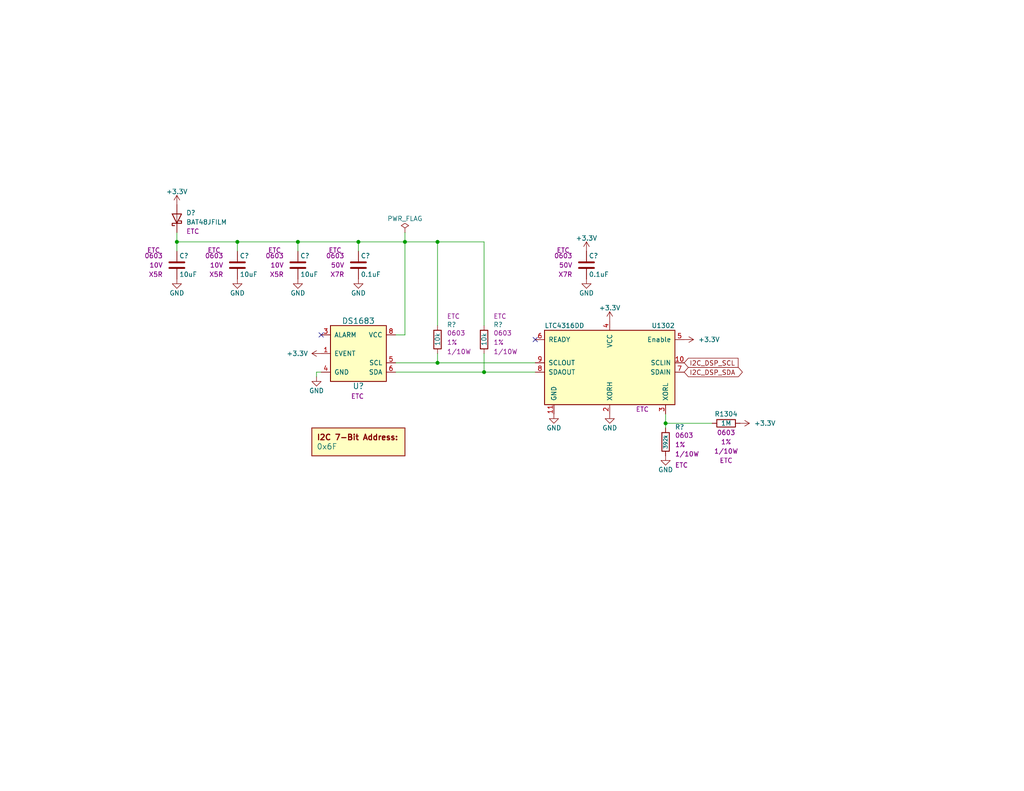
<source format=kicad_sch>
(kicad_sch (version 20230121) (generator eeschema)
  (paper "A")
  (title_block (date "2023-05-21") (rev "PRELIM") (company "Drew Maatman"))
  (lib_symbols
    (symbol "Custom_Library:C_Custom" (pin_numbers hide) (pin_names (offset 0.254))
      (property "Reference" "C" (at 0.635 2.54 0))
      (property "Value" "Custom_Library_C_Custom" (at 0.635 -2.54 0))
      (property "display_footprint" "Foot" (at -3.81 2.54 0))
      (property "Voltage" "V" (at -3.81 0 0))
      (property "Dielectric" "Er" (at -3.81 -2.54 0))
      (symbol "C_Custom_0_1"
        (polyline (pts (xy -2.032 -0.762) (xy 2.032 -0.762)) (stroke (width 0.508)))
        (polyline (pts (xy -2.032 0.762) (xy 2.032 0.762)) (stroke (width 0.508)))
      )
      (symbol "C_Custom_1_1"
        (pin passive line (at 0 3.81 270) (length 2.794) (name "~") (number "1"))
        (pin passive line (at 0 -3.81 90) (length 2.794) (name "~") (number "2"))
      )
    )
    (symbol "Custom_Library:DS1683" (pin_names (offset 1.016))
      (property "Reference" "U" (at 0 -8.89 0))
      (property "Value" "Custom_Library_DS1683" (at 0 8.89 0))
      (symbol "DS1683_0_1"
        (rectangle (start -7.62 7.62) (end 7.62 -7.62) (stroke (width 0.254)) (fill (type background)))
      )
      (symbol "DS1683_1_1"
        (pin input line (at -10.16 0 0) (length 2.54) (name "EVENT") (number "1"))
        (pin no_connect line (at -7.62 -10.16 90) (length 2.54) hide (name "NC") (number "2"))
        (pin open_collector line (at -10.16 5.08 0) (length 2.54) (name "ALARM") (number "3"))
        (pin power_in line (at -10.16 -5.08 0) (length 2.54) (name "GND") (number "4"))
        (pin open_collector line (at 10.16 -2.54 180) (length 2.54) (name "SCL") (number "5"))
        (pin open_collector line (at 10.16 -5.08 180) (length 2.54) (name "SDA") (number "6"))
        (pin no_connect line (at 7.62 -10.16 90) (length 2.54) hide (name "NC") (number "7"))
        (pin power_in line (at 10.16 5.08 180) (length 2.54) (name "VCC") (number "8"))
      )
    )
    (symbol "Custom_Library:I2C_Address" (pin_names (offset 1.016))
      (property "Value" "I2C_Address" (at -11.43 0 0))
      (symbol "I2C_Address_0_0"
        (rectangle (start -12.7 5.08) (end 12.7 -2.54) (stroke (width 0.254)) (fill (type background)))
        (text "I2C 7-Bit Address:" (at -11.43 2.54 0) (effects (font (size 1.524 1.524) bold) (justify left)))
      )
    )
    (symbol "Custom_Library:LTC4316DD" (pin_names (offset 1.016))
      (property "Reference" "U" (at -17.78 11.43 0))
      (property "Value" "LTC4316DD" (at 17.78 11.43 0))
      (symbol "LTC4316DD_0_1"
        (rectangle (start -17.78 10.16) (end 17.78 -10.16) (stroke (width 0.254)) (fill (type background)))
      )
      (symbol "LTC4316DD_1_1"
        (pin passive line (at 15.24 -12.7 90) (length 2.54) hide (name "GND") (number "1"))
        (pin bidirectional line (at -20.32 1.27 0) (length 2.54) (name "SCLIN") (number "10"))
        (pin power_in line (at 15.24 -12.7 90) (length 2.54) (name "GND") (number "11"))
        (pin passive line (at 0 -12.7 90) (length 2.54) (name "XORH") (number "2"))
        (pin passive line (at -15.24 -12.7 90) (length 2.54) (name "XORL") (number "3"))
        (pin power_in line (at 0 12.7 270) (length 2.54) (name "VCC") (number "4"))
        (pin input line (at -20.32 7.62 0) (length 2.54) (name "Enable") (number "5"))
        (pin open_collector line (at 20.32 7.62 180) (length 2.54) (name "READY") (number "6"))
        (pin bidirectional line (at -20.32 -1.27 0) (length 2.54) (name "SDAIN") (number "7"))
        (pin bidirectional line (at 20.32 -1.27 180) (length 2.54) (name "SDAOUT") (number "8"))
        (pin bidirectional line (at 20.32 1.27 180) (length 2.54) (name "SCLOUT") (number "9"))
      )
    )
    (symbol "Custom_Library:R_Custom" (pin_numbers hide) (pin_names (offset 1.016) hide)
      (property "Reference" "R" (at -2.54 0 90))
      (property "Value" "R_Custom" (at 0 0 90))
      (property "display_footprint" "Foot" (at 2.54 0 90))
      (property "Tolerance" "Tol" (at 5.08 0 90))
      (property "Wattage" "W" (at 7.62 0 90))
      (symbol "R_Custom_0_1"
        (rectangle (start 1.016 2.54) (end -1.016 -2.54) (stroke (width 0.254)))
      )
      (symbol "R_Custom_1_1"
        (pin passive line (at 0 3.81 270) (length 1.27) (name "1") (number "1"))
        (pin passive line (at 0 -3.81 90) (length 1.27) (name "2") (number "2"))
      )
    )
    (symbol "Diode:BAT48JFILM" (pin_numbers hide) (pin_names (offset 1.016) hide)
      (property "Reference" "D" (at 0 2.54 0))
      (property "Value" "BAT48JFILM" (at 0 -2.54 0))
      (symbol "BAT48JFILM_0_1"
        (polyline (pts (xy 1.27 0) (xy -1.27 0)))
        (polyline (pts (xy 1.27 1.27) (xy 1.27 -1.27) (xy -1.27 0) (xy 1.27 1.27)) (stroke (width 0.254)))
        (polyline (pts (xy -1.905 0.635) (xy -1.905 1.27) (xy -1.27 1.27) (xy -1.27 -1.27) (xy -0.635 -1.27) (xy -0.635 -0.635)) (stroke (width 0.254)))
      )
      (symbol "BAT48JFILM_1_1"
        (pin passive line (at -3.81 0 0) (length 2.54) (name "K") (number "1"))
        (pin passive line (at 3.81 0 180) (length 2.54) (name "A") (number "2"))
      )
    )
    (symbol "power:+3.3V" (power) (pin_names (offset 0))
      (property "Value" "+3.3V" (at 0 3.556 0))
      (symbol "+3.3V_0_1"
        (polyline (pts (xy -0.762 1.27) (xy 0 2.54)))
        (polyline (pts (xy 0 0) (xy 0 2.54)))
        (polyline (pts (xy 0 2.54) (xy 0.762 1.27)))
      )
      (symbol "+3.3V_1_1"
        (pin power_in line (at 0 0 90) (length 0) hide (name "+3.3V") (number "1"))
      )
    )
    (symbol "power:GND" (power) (pin_names (offset 0))
      (property "Value" "GND" (at 0 -3.81 0))
      (symbol "GND_0_1"
        (polyline (pts (xy 0 0) (xy 0 -1.27) (xy 1.27 -1.27) (xy 0 -2.54) (xy -1.27 -1.27) (xy 0 -1.27)))
      )
      (symbol "GND_1_1"
        (pin power_in line (at 0 0 270) (length 0) hide (name "GND") (number "1"))
      )
    )
    (symbol "power:PWR_FLAG" (power) (pin_numbers hide) (pin_names (offset 0) hide)
      (property "Value" "PWR_FLAG" (at 0 3.81 0))
      (symbol "PWR_FLAG_0_0"
        (pin power_out line (at 0 0 90) (length 0) (name "pwr") (number "1"))
      )
      (symbol "PWR_FLAG_0_1"
        (polyline (pts (xy 0 0) (xy 0 1.27) (xy -1.016 1.905) (xy 0 2.54) (xy 1.016 1.905) (xy 0 1.27)))
      )
    )
  )
  (junction (at 64.77 66.04))
  (junction (at 119.38 99.06))
  (junction (at 110.49 66.04))
  (junction (at 81.28 66.04))
  (junction (at 48.26 66.04))
  (junction (at 181.61 115.57))
  (junction (at 132.08 101.6))
  (junction (at 97.79 66.04))
  (junction (at 119.38 66.04))
  (no_connect (at 146.05 92.71))
  (no_connect (at 87.63 91.44))
  (wire (pts (xy 48.26 63.5) (xy 48.26 66.04)))
  (wire (pts (xy 110.49 63.5) (xy 110.49 66.04)))
  (wire (pts (xy 194.31 115.57) (xy 181.61 115.57)))
  (wire (pts (xy 132.08 96.52) (xy 132.08 101.6)))
  (wire (pts (xy 97.79 68.58) (xy 97.79 66.04)))
  (wire (pts (xy 146.05 101.6) (xy 132.08 101.6)))
  (wire (pts (xy 181.61 116.84) (xy 181.61 115.57)))
  (wire (pts (xy 119.38 66.04) (xy 110.49 66.04)))
  (wire (pts (xy 119.38 96.52) (xy 119.38 99.06)))
  (wire (pts (xy 64.77 66.04) (xy 48.26 66.04)))
  (wire (pts (xy 48.26 66.04) (xy 48.26 68.58)))
  (wire (pts (xy 107.95 99.06) (xy 119.38 99.06)))
  (wire (pts (xy 81.28 66.04) (xy 64.77 66.04)))
  (wire (pts (xy 97.79 66.04) (xy 81.28 66.04)))
  (wire (pts (xy 132.08 88.9) (xy 132.08 66.04)))
  (wire (pts (xy 107.95 101.6) (xy 132.08 101.6)))
  (wire (pts (xy 132.08 66.04) (xy 119.38 66.04)))
  (wire (pts (xy 181.61 115.57) (xy 181.61 113.03)))
  (wire (pts (xy 119.38 88.9) (xy 119.38 66.04)))
  (wire (pts (xy 86.36 101.6) (xy 87.63 101.6)))
  (wire (pts (xy 110.49 66.04) (xy 97.79 66.04)))
  (wire (pts (xy 146.05 99.06) (xy 119.38 99.06)))
  (wire (pts (xy 110.49 66.04) (xy 110.49 91.44)))
  (wire (pts (xy 81.28 68.58) (xy 81.28 66.04)))
  (wire (pts (xy 86.36 102.87) (xy 86.36 101.6)))
  (wire (pts (xy 64.77 66.04) (xy 64.77 68.58)))
  (wire (pts (xy 110.49 91.44) (xy 107.95 91.44)))
  (global_label "I2C_DSP_SCL" (shape input) (at 186.69 99.06 0) (property "Intersheetrefs" "${INTERSHEET_REFS}" (effects hide)))
  (global_label "I2C_DSP_SDA" (shape bidirectional) (at 186.69 101.6 0) (property "Intersheetrefs" "${INTERSHEET_REFS}" (effects hide)))
  (symbol (lib_id "Custom_Library:LTC4316DD") (at 166.37 100.33 0) (mirror y) (unit 1)
    (property "Reference" "U1302" (at 184.15 88.9 0) (effects (justify left)))
    (property "Value" "LTC4316DD" (at 148.59 88.9 0) (effects (justify right)))
    (property "Footprint" "Housings_DFN_QFN:DFN-10-1EP_3x3mm_Pitch0.5mm" (effects hide))
    (property "Datasheet" "https://www.analog.com/media/en/technical-documentation/data-sheets/4316fa.pdf" (effects hide))
    (property "Digi-Key PN" "LTC4316IDD#PBF-ND" (effects hide))
    (property "Configuration" "ETC" (at 175.26 111.76 0))
    (instances (project "IV-6_Display_Board" (path "" (reference "U1302") (unit 1))) (project "IN12_carrier" (path "" (reference "U302") (unit 1))))
  )
  (symbol (lib_id "Custom_Library:C_Custom") (at 97.79 72.39 0) (unit 1)
    (property "Reference" "C?" (at 98.425 69.85 0) (effects (justify left)))
    (property "Value" "0.1uF" (at 98.425 74.93 0) (effects (justify left)))
    (property "Footprint" "Capacitors_SMD:C_0603" (effects hide))
    (property "display_footprint" "0603" (at 93.98 69.85 0) (effects (justify right)))
    (property "Voltage" "50V" (at 93.98 72.39 0) (effects (justify right)))
    (property "Dielectric" "X7R" (at 93.98 74.93 0) (effects (justify right)))
    (property "Configuration" "ETC" (at 91.44 68.326 0))
    (instances (project "VFD_Clock" (path "" (reference "C?") (unit 1))) (project "Nixie_Clock_Core" (path "" (reference "C?") (unit 1))) (project "IN12_carrier" (path "" (reference "C304") (unit 1))))
  )
  (symbol (lib_id "power:GND") (at 64.77 76.2 0) (unit 1)
    (property "Reference" "#PWR?" (effects hide))
    (property "Value" "GND" (at 64.77 80.01 0))
    (instances (project "VFD_Clock" (path "" (reference "#PWR?") (unit 1))) (project "Nixie_Clock_Core" (path "" (reference "#PWR?") (unit 1))) (project "IN12_carrier" (path "" (reference "#PWR0303") (unit 1))))
  )
  (symbol (lib_id "Custom_Library:C_Custom") (at 48.26 72.39 0) (unit 1)
    (property "Reference" "C?" (at 48.895 69.85 0) (effects (justify left)))
    (property "Value" "10uF" (at 48.895 74.93 0) (effects (justify left)))
    (property "Footprint" "Capacitors_SMD:C_0603" (effects hide))
    (property "display_footprint" "0603" (at 44.45 69.85 0) (effects (justify right)))
    (property "Voltage" "10V" (at 44.45 72.39 0) (effects (justify right)))
    (property "Dielectric" "X5R" (at 44.45 74.93 0) (effects (justify right)))
    (property "Configuration" "ETC" (at 41.91 68.326 0))
    (instances (project "VFD_Clock" (path "" (reference "C?") (unit 1)) (path "" (reference "C?") (unit 1)) (path "" (reference "C?") (unit 1)) (path "" (reference "C?") (unit 1)) (path "" (reference "C?") (unit 1)) (path "" (reference "C?") (unit 1)) (path "" (reference "C?") (unit 1)) (path "" (reference "C?") (unit 1)) (path "" (reference "C?") (unit 1)) (path "" (reference "C?") (unit 1))) (project "Nixie_Clock_Core" (path "" (reference "C?") (unit 1))) (project "IN12_carrier" (path "" (reference "C301") (unit 1))))
  )
  (symbol (lib_id "Custom_Library:R_Custom") (at 198.12 115.57 270) (unit 1)
    (property "Reference" "R1304" (at 198.12 113.03 90))
    (property "Value" "1M" (at 198.12 115.57 90))
    (property "Footprint" "Resistors_SMD:R_0603" (effects hide))
    (property "display_footprint" "0603" (at 198.12 118.11 90))
    (property "Tolerance" "1%" (at 198.12 120.65 90))
    (property "Wattage" "1/10W" (at 198.12 123.19 90))
    (property "Configuration" "ETC" (at 198.12 125.73 90))
    (instances (project "IV-6_Display_Board" (path "" (reference "R1304") (unit 1))) (project "IN12_carrier" (path "" (reference "R304") (unit 1))))
  )
  (symbol (lib_id "power:GND") (at 166.37 113.03 0) (unit 1)
    (property "Reference" "#PWR01312" (effects hide))
    (property "Value" "GND" (at 166.37 116.84 0))
    (instances (project "IV-6_Display_Board" (path "" (reference "#PWR01312") (unit 1))) (project "IN12_carrier" (path "" (reference "#PWR0312") (unit 1))))
  )
  (symbol (lib_id "Custom_Library:R_Custom") (at 181.61 120.65 0) (unit 1)
    (property "Reference" "R?" (at 184.15 116.586 0) (effects (justify left)))
    (property "Value" "392k" (at 181.61 120.65 90) (effects (font (size 1.016 1.016))))
    (property "Footprint" "Resistors_SMD:R_0603" (effects hide))
    (property "display_footprint" "0603" (at 184.15 118.872 0) (effects (justify left)))
    (property "Tolerance" "1%" (at 184.15 121.412 0) (effects (justify left)))
    (property "Wattage" "1/10W" (at 184.15 123.952 0) (effects (justify left)))
    (property "Configuration" "ETC" (at 184.15 127 0) (effects (justify left)))
    (instances (project "IV-6_Display_Board" (path "" (reference "R?") (unit 1)) (path "" (reference "R?") (unit 1)) (path "" (reference "R?") (unit 1)) (path "" (reference "R1303") (unit 1)) (path "" (reference "R?") (unit 1)) (path "" (reference "R?") (unit 1)) (path "" (reference "R?") (unit 1)) (path "" (reference "R?") (unit 1))) (project "IN12_carrier" (path "" (reference "R303") (unit 1))))
  )
  (symbol (lib_id "Custom_Library:C_Custom") (at 81.28 72.39 0) (unit 1)
    (property "Reference" "C?" (at 81.915 69.85 0) (effects (justify left)))
    (property "Value" "10uF" (at 81.915 74.93 0) (effects (justify left)))
    (property "Footprint" "Capacitors_SMD:C_0603" (effects hide))
    (property "display_footprint" "0603" (at 77.47 69.85 0) (effects (justify right)))
    (property "Voltage" "10V" (at 77.47 72.39 0) (effects (justify right)))
    (property "Dielectric" "X5R" (at 77.47 74.93 0) (effects (justify right)))
    (property "Configuration" "ETC" (at 74.93 68.326 0))
    (instances (project "VFD_Clock" (path "" (reference "C?") (unit 1)) (path "" (reference "C?") (unit 1)) (path "" (reference "C?") (unit 1)) (path "" (reference "C?") (unit 1)) (path "" (reference "C?") (unit 1)) (path "" (reference "C?") (unit 1)) (path "" (reference "C?") (unit 1)) (path "" (reference "C?") (unit 1)) (path "" (reference "C?") (unit 1)) (path "" (reference "C?") (unit 1))) (project "Nixie_Clock_Core" (path "" (reference "C?") (unit 1))) (project "IN12_carrier" (path "" (reference "C303") (unit 1))))
  )
  (symbol (lib_id "power:+3.3V") (at 160.02 68.58 0) (unit 1)
    (property "Reference" "#PWR0311" (effects hide))
    (property "Value" "+3.3V" (at 160.02 65.024 0))
  )
  (symbol (lib_id "power:+3.3V") (at 48.26 55.88 0) (unit 1)
    (property "Reference" "#PWR?" (effects hide))
    (property "Value" "+3.3V" (at 48.26 52.324 0))
    (instances (project "VFD_Clock" (path "" (reference "#PWR?") (unit 1))) (project "Nixie_Clock_Core" (path "" (reference "#PWR?") (unit 1))) (project "IN12_carrier" (path "" (reference "#PWR0301") (unit 1))))
  )
  (symbol (lib_id "Custom_Library:C_Custom") (at 64.77 72.39 0) (unit 1)
    (property "Reference" "C?" (at 65.405 69.85 0) (effects (justify left)))
    (property "Value" "10uF" (at 65.405 74.93 0) (effects (justify left)))
    (property "Footprint" "Capacitors_SMD:C_0603" (effects hide))
    (property "display_footprint" "0603" (at 60.96 69.85 0) (effects (justify right)))
    (property "Voltage" "10V" (at 60.96 72.39 0) (effects (justify right)))
    (property "Dielectric" "X5R" (at 60.96 74.93 0) (effects (justify right)))
    (property "Configuration" "ETC" (at 58.42 68.326 0))
    (instances (project "VFD_Clock" (path "" (reference "C?") (unit 1)) (path "" (reference "C?") (unit 1)) (path "" (reference "C?") (unit 1)) (path "" (reference "C?") (unit 1)) (path "" (reference "C?") (unit 1)) (path "" (reference "C?") (unit 1)) (path "" (reference "C?") (unit 1)) (path "" (reference "C?") (unit 1)) (path "" (reference "C?") (unit 1)) (path "" (reference "C?") (unit 1))) (project "Nixie_Clock_Core" (path "" (reference "C?") (unit 1))) (project "IN12_carrier" (path "" (reference "C302") (unit 1))))
  )
  (symbol (lib_id "power:+3.3V") (at 186.69 92.71 270) (unit 1)
    (property "Reference" "#PWR0315" (effects hide))
    (property "Value" "+3.3V" (at 190.5 92.71 90) (effects (justify left)))
  )
  (symbol (lib_id "power:GND") (at 81.28 76.2 0) (unit 1)
    (property "Reference" "#PWR?" (effects hide))
    (property "Value" "GND" (at 81.28 80.01 0))
    (instances (project "VFD_Clock" (path "" (reference "#PWR?") (unit 1))) (project "Nixie_Clock_Core" (path "" (reference "#PWR?") (unit 1))) (project "IN12_carrier" (path "" (reference "#PWR0304") (unit 1))))
  )
  (symbol (lib_id "Custom_Library:DS1683") (at 97.79 96.52 0) (unit 1)
    (property "Reference" "U?" (at 97.79 105.41 0) (effects (font (size 1.524 1.524))))
    (property "Value" "DS1683" (at 97.79 87.63 0) (effects (font (size 1.524 1.524))))
    (property "Footprint" "Housings_SOIC:SOIC-8_3.9x4.9mm_Pitch1.27mm" (effects hide))
    (property "Datasheet" "https://datasheets.maximintegrated.com/en/ds/DS1683.pdf" (effects hide))
    (property "Digi-Key PN" "DS1683S+-ND" (effects hide))
    (property "Config" "ETC" (at 97.536 108.204 0))
    (instances (project "VFD_Clock" (path "" (reference "U?") (unit 1))) (project "Nixie_Clock_Core" (path "" (reference "U?") (unit 1))) (project "IN12_carrier" (path "" (reference "U301") (unit 1))))
  )
  (symbol (lib_id "Diode:BAT48JFILM") (at 48.26 59.69 90) (unit 1)
    (property "Reference" "D?" (at 50.8 58.1025 90) (effects (justify right)))
    (property "Value" "BAT48JFILM" (at 50.8 60.6425 90) (effects (justify right)))
    (property "Footprint" "Diode_SMD:D_SOD-323" (effects hide))
    (property "Datasheet" "www.st.com/resource/en/datasheet/bat48.pdf" (effects hide))
    (property "Configuration" "ETC" (at 50.8 63.1825 90) (effects (justify right)))
    (instances (project "VFD_Clock" (path "" (reference "D?") (unit 1))) (project "Nixie_Clock_Core" (path "" (reference "D?") (unit 1))) (project "IN12_carrier" (path "" (reference "D301") (unit 1))))
  )
  (symbol (lib_id "Custom_Library:R_Custom") (at 132.08 92.71 0) (unit 1)
    (property "Reference" "R?" (at 134.62 88.646 0) (effects (justify left)))
    (property "Value" "10k" (at 132.08 94.488 90) (effects (justify left)))
    (property "Footprint" "Resistors_SMD:R_0603" (effects hide))
    (property "display_footprint" "0603" (at 134.62 90.932 0) (effects (justify left)))
    (property "Tolerance" "1%" (at 134.62 93.472 0) (effects (justify left)))
    (property "Wattage" "1/10W" (at 134.62 96.012 0) (effects (justify left)))
    (property "Configuration" "ETC" (at 134.62 86.36 0) (effects (justify left)))
    (instances (project "IV-6_Display_Board" (path "" (reference "R?") (unit 1)) (path "" (reference "R?") (unit 1)) (path "" (reference "R?") (unit 1)) (path "" (reference "R1302") (unit 1)) (path "" (reference "R?") (unit 1)) (path "" (reference "R?") (unit 1)) (path "" (reference "R?") (unit 1)) (path "" (reference "R?") (unit 1))) (project "IN12_carrier" (path "" (reference "R302") (unit 1))))
  )
  (symbol (lib_id "power:+3.3V") (at 87.63 96.52 90) (unit 1)
    (property "Reference" "#PWR?" (effects hide))
    (property "Value" "+3.3V" (at 84.074 96.52 90) (effects (justify left)))
    (instances (project "VFD_Clock" (path "" (reference "#PWR?") (unit 1))) (project "Nixie_Clock_Core" (path "" (reference "#PWR?") (unit 1))) (project "IN12_carrier" (path "" (reference "#PWR0306") (unit 1))))
  )
  (symbol (lib_id "power:+3.3V") (at 166.37 87.63 0) (unit 1)
    (property "Reference" "#PWR0309" (effects hide))
    (property "Value" "+3.3V" (at 166.37 84.074 0))
  )
  (symbol (lib_id "Custom_Library:I2C_Address") (at 97.79 121.92 0) (unit 1)
    (property "Reference" "DOC1301" (effects hide))
    (property "Value" "0x6F" (at 86.36 121.92 0) (effects (font (size 1.524 1.524)) (justify left)))
    (instances (project "IV-6_Display_Board" (path "" (reference "DOC1301") (unit 1))) (project "IN12_carrier" (path "" (reference "DOC301") (unit 1))))
  )
  (symbol (lib_id "power:GND") (at 86.36 102.87 0) (unit 1)
    (property "Reference" "#PWR?" (effects hide))
    (property "Value" "GND" (at 86.36 106.68 0))
    (instances (project "VFD_Clock" (path "" (reference "#PWR?") (unit 1))) (project "Nixie_Clock_Core" (path "" (reference "#PWR?") (unit 1))) (project "IN12_carrier" (path "" (reference "#PWR0305") (unit 1))))
  )
  (symbol (lib_id "power:GND") (at 160.02 76.2 0) (unit 1)
    (property "Reference" "#PWR01310" (effects hide))
    (property "Value" "GND" (at 160.02 80.01 0))
    (instances (project "IV-6_Display_Board" (path "" (reference "#PWR01310") (unit 1))) (project "IN12_carrier" (path "" (reference "#PWR0310") (unit 1))))
  )
  (symbol (lib_id "power:GND") (at 97.79 76.2 0) (unit 1)
    (property "Reference" "#PWR?" (effects hide))
    (property "Value" "GND" (at 97.79 80.01 0))
    (instances (project "VFD_Clock" (path "" (reference "#PWR?") (unit 1))) (project "Nixie_Clock_Core" (path "" (reference "#PWR?") (unit 1))) (project "IN12_carrier" (path "" (reference "#PWR0307") (unit 1))))
  )
  (symbol (lib_id "power:GND") (at 151.13 113.03 0) (unit 1)
    (property "Reference" "#PWR01308" (effects hide))
    (property "Value" "GND" (at 151.13 116.84 0))
    (instances (project "IV-6_Display_Board" (path "" (reference "#PWR01308") (unit 1))) (project "IN12_carrier" (path "" (reference "#PWR0308") (unit 1))))
  )
  (symbol (lib_id "power:PWR_FLAG") (at 110.49 63.5 0) (unit 1)
    (property "Reference" "#FLG?" (effects hide))
    (property "Value" "PWR_FLAG" (at 110.49 59.69 0))
    (instances (project "VFD_Clock" (path "" (reference "#FLG?") (unit 1))) (project "Nixie_Clock_Core" (path "" (reference "#FLG?") (unit 1))) (project "IN12_carrier" (path "" (reference "#FLG0301") (unit 1))))
  )
  (symbol (lib_id "power:GND") (at 181.61 124.46 0) (unit 1)
    (property "Reference" "#PWR01313" (effects hide))
    (property "Value" "GND" (at 181.61 128.27 0))
    (instances (project "IV-6_Display_Board" (path "" (reference "#PWR01313") (unit 1))) (project "IN12_carrier" (path "" (reference "#PWR0313") (unit 1))))
  )
  (symbol (lib_id "power:GND") (at 48.26 76.2 0) (unit 1)
    (property "Reference" "#PWR?" (effects hide))
    (property "Value" "GND" (at 48.26 80.01 0))
    (instances (project "VFD_Clock" (path "" (reference "#PWR?") (unit 1))) (project "Nixie_Clock_Core" (path "" (reference "#PWR?") (unit 1))) (project "IN12_carrier" (path "" (reference "#PWR0302") (unit 1))))
  )
  (symbol (lib_id "Custom_Library:C_Custom") (at 160.02 72.39 0) (unit 1)
    (property "Reference" "C?" (at 160.655 69.85 0) (effects (justify left)))
    (property "Value" "0.1uF" (at 160.655 74.93 0) (effects (justify left)))
    (property "Footprint" "Capacitors_SMD:C_0603" (effects hide))
    (property "display_footprint" "0603" (at 156.21 69.85 0) (effects (justify right)))
    (property "Voltage" "50V" (at 156.21 72.39 0) (effects (justify right)))
    (property "Dielectric" "X7R" (at 156.21 74.93 0) (effects (justify right)))
    (property "Configuration" "ETC" (at 153.67 68.326 0))
    (instances (project "VFD_Clock" (path "" (reference "C?") (unit 1))) (project "Nixie_Clock_Core" (path "" (reference "C?") (unit 1))) (project "IN12_carrier" (path "" (reference "C305") (unit 1))))
  )
  (symbol (lib_id "power:+3.3V") (at 201.93 115.57 270) (unit 1)
    (property "Reference" "#PWR0314" (effects hide))
    (property "Value" "+3.3V" (at 205.74 115.57 90) (effects (justify left)))
  )
  (symbol (lib_id "Custom_Library:R_Custom") (at 119.38 92.71 0) (unit 1)
    (property "Reference" "R?" (at 121.92 88.646 0) (effects (justify left)))
    (property "Value" "10k" (at 119.38 94.488 90) (effects (justify left)))
    (property "Footprint" "Resistors_SMD:R_0603" (effects hide))
    (property "display_footprint" "0603" (at 121.92 90.932 0) (effects (justify left)))
    (property "Tolerance" "1%" (at 121.92 93.472 0) (effects (justify left)))
    (property "Wattage" "1/10W" (at 121.92 96.012 0) (effects (justify left)))
    (property "Configuration" "ETC" (at 121.92 86.36 0) (effects (justify left)))
    (instances (project "IV-6_Display_Board" (path "" (reference "R?") (unit 1)) (path "" (reference "R?") (unit 1)) (path "" (reference "R?") (unit 1)) (path "" (reference "R1302") (unit 1)) (path "" (reference "R?") (unit 1)) (path "" (reference "R?") (unit 1)) (path "" (reference "R?") (unit 1)) (path "" (reference "R?") (unit 1))) (project "IN12_carrier" (path "" (reference "R301") (unit 1))))
  )
)
</source>
